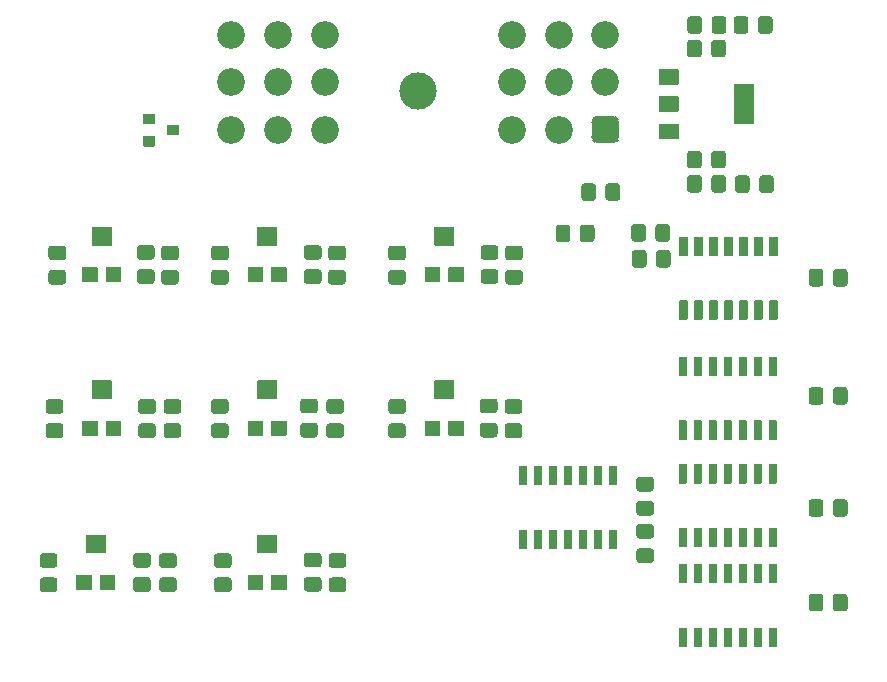
<source format=gts>
G04 #@! TF.GenerationSoftware,KiCad,Pcbnew,(5.1.7)-1*
G04 #@! TF.CreationDate,2022-01-10T20:36:18+10:30*
G04 #@! TF.ProjectId,BSPD,42535044-2e6b-4696-9361-645f70636258,4*
G04 #@! TF.SameCoordinates,Original*
G04 #@! TF.FileFunction,Soldermask,Top*
G04 #@! TF.FilePolarity,Negative*
%FSLAX46Y46*%
G04 Gerber Fmt 4.6, Leading zero omitted, Abs format (unit mm)*
G04 Created by KiCad (PCBNEW (5.1.7)-1) date 2022-01-10 20:36:18*
%MOMM*%
%LPD*%
G01*
G04 APERTURE LIST*
%ADD10C,2.352000*%
%ADD11C,3.152000*%
%ADD12C,0.100000*%
G04 APERTURE END LIST*
G36*
G01*
X144996000Y-95975000D02*
X144996000Y-97525000D01*
G75*
G02*
X144945000Y-97576000I-51000J0D01*
G01*
X144345000Y-97576000D01*
G75*
G02*
X144294000Y-97525000I0J51000D01*
G01*
X144294000Y-95975000D01*
G75*
G02*
X144345000Y-95924000I51000J0D01*
G01*
X144945000Y-95924000D01*
G75*
G02*
X144996000Y-95975000I0J-51000D01*
G01*
G37*
G36*
G01*
X144996000Y-101375000D02*
X144996000Y-102925000D01*
G75*
G02*
X144945000Y-102976000I-51000J0D01*
G01*
X144345000Y-102976000D01*
G75*
G02*
X144294000Y-102925000I0J51000D01*
G01*
X144294000Y-101375000D01*
G75*
G02*
X144345000Y-101324000I51000J0D01*
G01*
X144945000Y-101324000D01*
G75*
G02*
X144996000Y-101375000I0J-51000D01*
G01*
G37*
G36*
G01*
X146266000Y-95975000D02*
X146266000Y-97525000D01*
G75*
G02*
X146215000Y-97576000I-51000J0D01*
G01*
X145615000Y-97576000D01*
G75*
G02*
X145564000Y-97525000I0J51000D01*
G01*
X145564000Y-95975000D01*
G75*
G02*
X145615000Y-95924000I51000J0D01*
G01*
X146215000Y-95924000D01*
G75*
G02*
X146266000Y-95975000I0J-51000D01*
G01*
G37*
G36*
G01*
X146266000Y-101375000D02*
X146266000Y-102925000D01*
G75*
G02*
X146215000Y-102976000I-51000J0D01*
G01*
X145615000Y-102976000D01*
G75*
G02*
X145564000Y-102925000I0J51000D01*
G01*
X145564000Y-101375000D01*
G75*
G02*
X145615000Y-101324000I51000J0D01*
G01*
X146215000Y-101324000D01*
G75*
G02*
X146266000Y-101375000I0J-51000D01*
G01*
G37*
G36*
G01*
X147536000Y-95975000D02*
X147536000Y-97525000D01*
G75*
G02*
X147485000Y-97576000I-51000J0D01*
G01*
X146885000Y-97576000D01*
G75*
G02*
X146834000Y-97525000I0J51000D01*
G01*
X146834000Y-95975000D01*
G75*
G02*
X146885000Y-95924000I51000J0D01*
G01*
X147485000Y-95924000D01*
G75*
G02*
X147536000Y-95975000I0J-51000D01*
G01*
G37*
G36*
G01*
X147536000Y-101375000D02*
X147536000Y-102925000D01*
G75*
G02*
X147485000Y-102976000I-51000J0D01*
G01*
X146885000Y-102976000D01*
G75*
G02*
X146834000Y-102925000I0J51000D01*
G01*
X146834000Y-101375000D01*
G75*
G02*
X146885000Y-101324000I51000J0D01*
G01*
X147485000Y-101324000D01*
G75*
G02*
X147536000Y-101375000I0J-51000D01*
G01*
G37*
G36*
G01*
X148806000Y-95975000D02*
X148806000Y-97525000D01*
G75*
G02*
X148755000Y-97576000I-51000J0D01*
G01*
X148155000Y-97576000D01*
G75*
G02*
X148104000Y-97525000I0J51000D01*
G01*
X148104000Y-95975000D01*
G75*
G02*
X148155000Y-95924000I51000J0D01*
G01*
X148755000Y-95924000D01*
G75*
G02*
X148806000Y-95975000I0J-51000D01*
G01*
G37*
G36*
G01*
X148806000Y-101375000D02*
X148806000Y-102925000D01*
G75*
G02*
X148755000Y-102976000I-51000J0D01*
G01*
X148155000Y-102976000D01*
G75*
G02*
X148104000Y-102925000I0J51000D01*
G01*
X148104000Y-101375000D01*
G75*
G02*
X148155000Y-101324000I51000J0D01*
G01*
X148755000Y-101324000D01*
G75*
G02*
X148806000Y-101375000I0J-51000D01*
G01*
G37*
G36*
G01*
X150076000Y-95975000D02*
X150076000Y-97525000D01*
G75*
G02*
X150025000Y-97576000I-51000J0D01*
G01*
X149425000Y-97576000D01*
G75*
G02*
X149374000Y-97525000I0J51000D01*
G01*
X149374000Y-95975000D01*
G75*
G02*
X149425000Y-95924000I51000J0D01*
G01*
X150025000Y-95924000D01*
G75*
G02*
X150076000Y-95975000I0J-51000D01*
G01*
G37*
G36*
G01*
X150076000Y-101375000D02*
X150076000Y-102925000D01*
G75*
G02*
X150025000Y-102976000I-51000J0D01*
G01*
X149425000Y-102976000D01*
G75*
G02*
X149374000Y-102925000I0J51000D01*
G01*
X149374000Y-101375000D01*
G75*
G02*
X149425000Y-101324000I51000J0D01*
G01*
X150025000Y-101324000D01*
G75*
G02*
X150076000Y-101375000I0J-51000D01*
G01*
G37*
G36*
G01*
X151346000Y-95975000D02*
X151346000Y-97525000D01*
G75*
G02*
X151295000Y-97576000I-51000J0D01*
G01*
X150695000Y-97576000D01*
G75*
G02*
X150644000Y-97525000I0J51000D01*
G01*
X150644000Y-95975000D01*
G75*
G02*
X150695000Y-95924000I51000J0D01*
G01*
X151295000Y-95924000D01*
G75*
G02*
X151346000Y-95975000I0J-51000D01*
G01*
G37*
G36*
G01*
X151346000Y-101375000D02*
X151346000Y-102925000D01*
G75*
G02*
X151295000Y-102976000I-51000J0D01*
G01*
X150695000Y-102976000D01*
G75*
G02*
X150644000Y-102925000I0J51000D01*
G01*
X150644000Y-101375000D01*
G75*
G02*
X150695000Y-101324000I51000J0D01*
G01*
X151295000Y-101324000D01*
G75*
G02*
X151346000Y-101375000I0J-51000D01*
G01*
G37*
G36*
G01*
X152616000Y-95975000D02*
X152616000Y-97525000D01*
G75*
G02*
X152565000Y-97576000I-51000J0D01*
G01*
X151965000Y-97576000D01*
G75*
G02*
X151914000Y-97525000I0J51000D01*
G01*
X151914000Y-95975000D01*
G75*
G02*
X151965000Y-95924000I51000J0D01*
G01*
X152565000Y-95924000D01*
G75*
G02*
X152616000Y-95975000I0J-51000D01*
G01*
G37*
G36*
G01*
X152616000Y-101375000D02*
X152616000Y-102925000D01*
G75*
G02*
X152565000Y-102976000I-51000J0D01*
G01*
X151965000Y-102976000D01*
G75*
G02*
X151914000Y-102925000I0J51000D01*
G01*
X151914000Y-101375000D01*
G75*
G02*
X151965000Y-101324000I51000J0D01*
G01*
X152565000Y-101324000D01*
G75*
G02*
X152616000Y-101375000I0J-51000D01*
G01*
G37*
G36*
G01*
X158596000Y-76575000D02*
X158596000Y-78125000D01*
G75*
G02*
X158545000Y-78176000I-51000J0D01*
G01*
X157945000Y-78176000D01*
G75*
G02*
X157894000Y-78125000I0J51000D01*
G01*
X157894000Y-76575000D01*
G75*
G02*
X157945000Y-76524000I51000J0D01*
G01*
X158545000Y-76524000D01*
G75*
G02*
X158596000Y-76575000I0J-51000D01*
G01*
G37*
G36*
G01*
X158596000Y-81975000D02*
X158596000Y-83525000D01*
G75*
G02*
X158545000Y-83576000I-51000J0D01*
G01*
X157945000Y-83576000D01*
G75*
G02*
X157894000Y-83525000I0J51000D01*
G01*
X157894000Y-81975000D01*
G75*
G02*
X157945000Y-81924000I51000J0D01*
G01*
X158545000Y-81924000D01*
G75*
G02*
X158596000Y-81975000I0J-51000D01*
G01*
G37*
G36*
G01*
X159866000Y-76575000D02*
X159866000Y-78125000D01*
G75*
G02*
X159815000Y-78176000I-51000J0D01*
G01*
X159215000Y-78176000D01*
G75*
G02*
X159164000Y-78125000I0J51000D01*
G01*
X159164000Y-76575000D01*
G75*
G02*
X159215000Y-76524000I51000J0D01*
G01*
X159815000Y-76524000D01*
G75*
G02*
X159866000Y-76575000I0J-51000D01*
G01*
G37*
G36*
G01*
X159866000Y-81975000D02*
X159866000Y-83525000D01*
G75*
G02*
X159815000Y-83576000I-51000J0D01*
G01*
X159215000Y-83576000D01*
G75*
G02*
X159164000Y-83525000I0J51000D01*
G01*
X159164000Y-81975000D01*
G75*
G02*
X159215000Y-81924000I51000J0D01*
G01*
X159815000Y-81924000D01*
G75*
G02*
X159866000Y-81975000I0J-51000D01*
G01*
G37*
G36*
G01*
X161136000Y-76575000D02*
X161136000Y-78125000D01*
G75*
G02*
X161085000Y-78176000I-51000J0D01*
G01*
X160485000Y-78176000D01*
G75*
G02*
X160434000Y-78125000I0J51000D01*
G01*
X160434000Y-76575000D01*
G75*
G02*
X160485000Y-76524000I51000J0D01*
G01*
X161085000Y-76524000D01*
G75*
G02*
X161136000Y-76575000I0J-51000D01*
G01*
G37*
G36*
G01*
X161136000Y-81975000D02*
X161136000Y-83525000D01*
G75*
G02*
X161085000Y-83576000I-51000J0D01*
G01*
X160485000Y-83576000D01*
G75*
G02*
X160434000Y-83525000I0J51000D01*
G01*
X160434000Y-81975000D01*
G75*
G02*
X160485000Y-81924000I51000J0D01*
G01*
X161085000Y-81924000D01*
G75*
G02*
X161136000Y-81975000I0J-51000D01*
G01*
G37*
G36*
G01*
X162406000Y-76575000D02*
X162406000Y-78125000D01*
G75*
G02*
X162355000Y-78176000I-51000J0D01*
G01*
X161755000Y-78176000D01*
G75*
G02*
X161704000Y-78125000I0J51000D01*
G01*
X161704000Y-76575000D01*
G75*
G02*
X161755000Y-76524000I51000J0D01*
G01*
X162355000Y-76524000D01*
G75*
G02*
X162406000Y-76575000I0J-51000D01*
G01*
G37*
G36*
G01*
X162406000Y-81975000D02*
X162406000Y-83525000D01*
G75*
G02*
X162355000Y-83576000I-51000J0D01*
G01*
X161755000Y-83576000D01*
G75*
G02*
X161704000Y-83525000I0J51000D01*
G01*
X161704000Y-81975000D01*
G75*
G02*
X161755000Y-81924000I51000J0D01*
G01*
X162355000Y-81924000D01*
G75*
G02*
X162406000Y-81975000I0J-51000D01*
G01*
G37*
G36*
G01*
X163676000Y-76575000D02*
X163676000Y-78125000D01*
G75*
G02*
X163625000Y-78176000I-51000J0D01*
G01*
X163025000Y-78176000D01*
G75*
G02*
X162974000Y-78125000I0J51000D01*
G01*
X162974000Y-76575000D01*
G75*
G02*
X163025000Y-76524000I51000J0D01*
G01*
X163625000Y-76524000D01*
G75*
G02*
X163676000Y-76575000I0J-51000D01*
G01*
G37*
G36*
G01*
X163676000Y-81975000D02*
X163676000Y-83525000D01*
G75*
G02*
X163625000Y-83576000I-51000J0D01*
G01*
X163025000Y-83576000D01*
G75*
G02*
X162974000Y-83525000I0J51000D01*
G01*
X162974000Y-81975000D01*
G75*
G02*
X163025000Y-81924000I51000J0D01*
G01*
X163625000Y-81924000D01*
G75*
G02*
X163676000Y-81975000I0J-51000D01*
G01*
G37*
G36*
G01*
X164946000Y-76575000D02*
X164946000Y-78125000D01*
G75*
G02*
X164895000Y-78176000I-51000J0D01*
G01*
X164295000Y-78176000D01*
G75*
G02*
X164244000Y-78125000I0J51000D01*
G01*
X164244000Y-76575000D01*
G75*
G02*
X164295000Y-76524000I51000J0D01*
G01*
X164895000Y-76524000D01*
G75*
G02*
X164946000Y-76575000I0J-51000D01*
G01*
G37*
G36*
G01*
X164946000Y-81975000D02*
X164946000Y-83525000D01*
G75*
G02*
X164895000Y-83576000I-51000J0D01*
G01*
X164295000Y-83576000D01*
G75*
G02*
X164244000Y-83525000I0J51000D01*
G01*
X164244000Y-81975000D01*
G75*
G02*
X164295000Y-81924000I51000J0D01*
G01*
X164895000Y-81924000D01*
G75*
G02*
X164946000Y-81975000I0J-51000D01*
G01*
G37*
G36*
G01*
X166216000Y-76575000D02*
X166216000Y-78125000D01*
G75*
G02*
X166165000Y-78176000I-51000J0D01*
G01*
X165565000Y-78176000D01*
G75*
G02*
X165514000Y-78125000I0J51000D01*
G01*
X165514000Y-76575000D01*
G75*
G02*
X165565000Y-76524000I51000J0D01*
G01*
X166165000Y-76524000D01*
G75*
G02*
X166216000Y-76575000I0J-51000D01*
G01*
G37*
G36*
G01*
X166216000Y-81975000D02*
X166216000Y-83525000D01*
G75*
G02*
X166165000Y-83576000I-51000J0D01*
G01*
X165565000Y-83576000D01*
G75*
G02*
X165514000Y-83525000I0J51000D01*
G01*
X165514000Y-81975000D01*
G75*
G02*
X165565000Y-81924000I51000J0D01*
G01*
X166165000Y-81924000D01*
G75*
G02*
X166216000Y-81975000I0J-51000D01*
G01*
G37*
G36*
G01*
X155874000Y-76678828D02*
X155874000Y-75721172D01*
G75*
G02*
X156146172Y-75449000I272172J0D01*
G01*
X156853828Y-75449000D01*
G75*
G02*
X157126000Y-75721172I0J-272172D01*
G01*
X157126000Y-76678828D01*
G75*
G02*
X156853828Y-76951000I-272172J0D01*
G01*
X156146172Y-76951000D01*
G75*
G02*
X155874000Y-76678828I0J272172D01*
G01*
G37*
G36*
G01*
X153824000Y-76678828D02*
X153824000Y-75721172D01*
G75*
G02*
X154096172Y-75449000I272172J0D01*
G01*
X154803828Y-75449000D01*
G75*
G02*
X155076000Y-75721172I0J-272172D01*
G01*
X155076000Y-76678828D01*
G75*
G02*
X154803828Y-76951000I-272172J0D01*
G01*
X154096172Y-76951000D01*
G75*
G02*
X153824000Y-76678828I0J272172D01*
G01*
G37*
G36*
G01*
X155126000Y-77921172D02*
X155126000Y-78878828D01*
G75*
G02*
X154853828Y-79151000I-272172J0D01*
G01*
X154146172Y-79151000D01*
G75*
G02*
X153874000Y-78878828I0J272172D01*
G01*
X153874000Y-77921172D01*
G75*
G02*
X154146172Y-77649000I272172J0D01*
G01*
X154853828Y-77649000D01*
G75*
G02*
X155126000Y-77921172I0J-272172D01*
G01*
G37*
G36*
G01*
X157176000Y-77921172D02*
X157176000Y-78878828D01*
G75*
G02*
X156903828Y-79151000I-272172J0D01*
G01*
X156196172Y-79151000D01*
G75*
G02*
X155924000Y-78878828I0J272172D01*
G01*
X155924000Y-77921172D01*
G75*
G02*
X156196172Y-77649000I272172J0D01*
G01*
X156903828Y-77649000D01*
G75*
G02*
X157176000Y-77921172I0J-272172D01*
G01*
G37*
G36*
G01*
X160604000Y-72528828D02*
X160604000Y-71571172D01*
G75*
G02*
X160876172Y-71299000I272172J0D01*
G01*
X161583828Y-71299000D01*
G75*
G02*
X161856000Y-71571172I0J-272172D01*
G01*
X161856000Y-72528828D01*
G75*
G02*
X161583828Y-72801000I-272172J0D01*
G01*
X160876172Y-72801000D01*
G75*
G02*
X160604000Y-72528828I0J272172D01*
G01*
G37*
G36*
G01*
X158554000Y-72528828D02*
X158554000Y-71571172D01*
G75*
G02*
X158826172Y-71299000I272172J0D01*
G01*
X159533828Y-71299000D01*
G75*
G02*
X159806000Y-71571172I0J-272172D01*
G01*
X159806000Y-72528828D01*
G75*
G02*
X159533828Y-72801000I-272172J0D01*
G01*
X158826172Y-72801000D01*
G75*
G02*
X158554000Y-72528828I0J272172D01*
G01*
G37*
G36*
G01*
X160629000Y-59078828D02*
X160629000Y-58121172D01*
G75*
G02*
X160901172Y-57849000I272172J0D01*
G01*
X161608828Y-57849000D01*
G75*
G02*
X161881000Y-58121172I0J-272172D01*
G01*
X161881000Y-59078828D01*
G75*
G02*
X161608828Y-59351000I-272172J0D01*
G01*
X160901172Y-59351000D01*
G75*
G02*
X160629000Y-59078828I0J272172D01*
G01*
G37*
G36*
G01*
X158579000Y-59078828D02*
X158579000Y-58121172D01*
G75*
G02*
X158851172Y-57849000I272172J0D01*
G01*
X159558828Y-57849000D01*
G75*
G02*
X159831000Y-58121172I0J-272172D01*
G01*
X159831000Y-59078828D01*
G75*
G02*
X159558828Y-59351000I-272172J0D01*
G01*
X158851172Y-59351000D01*
G75*
G02*
X158579000Y-59078828I0J272172D01*
G01*
G37*
G36*
G01*
X163856000Y-71596172D02*
X163856000Y-72553828D01*
G75*
G02*
X163583828Y-72826000I-272172J0D01*
G01*
X162876172Y-72826000D01*
G75*
G02*
X162604000Y-72553828I0J272172D01*
G01*
X162604000Y-71596172D01*
G75*
G02*
X162876172Y-71324000I272172J0D01*
G01*
X163583828Y-71324000D01*
G75*
G02*
X163856000Y-71596172I0J-272172D01*
G01*
G37*
G36*
G01*
X165906000Y-71596172D02*
X165906000Y-72553828D01*
G75*
G02*
X165633828Y-72826000I-272172J0D01*
G01*
X164926172Y-72826000D01*
G75*
G02*
X164654000Y-72553828I0J272172D01*
G01*
X164654000Y-71596172D01*
G75*
G02*
X164926172Y-71324000I272172J0D01*
G01*
X165633828Y-71324000D01*
G75*
G02*
X165906000Y-71596172I0J-272172D01*
G01*
G37*
G36*
G01*
X163756000Y-58121172D02*
X163756000Y-59078828D01*
G75*
G02*
X163483828Y-59351000I-272172J0D01*
G01*
X162776172Y-59351000D01*
G75*
G02*
X162504000Y-59078828I0J272172D01*
G01*
X162504000Y-58121172D01*
G75*
G02*
X162776172Y-57849000I272172J0D01*
G01*
X163483828Y-57849000D01*
G75*
G02*
X163756000Y-58121172I0J-272172D01*
G01*
G37*
G36*
G01*
X165806000Y-58121172D02*
X165806000Y-59078828D01*
G75*
G02*
X165533828Y-59351000I-272172J0D01*
G01*
X164826172Y-59351000D01*
G75*
G02*
X164554000Y-59078828I0J272172D01*
G01*
X164554000Y-58121172D01*
G75*
G02*
X164826172Y-57849000I272172J0D01*
G01*
X165533828Y-57849000D01*
G75*
G02*
X165806000Y-58121172I0J-272172D01*
G01*
G37*
G36*
G01*
X115083828Y-104576000D02*
X114126172Y-104576000D01*
G75*
G02*
X113854000Y-104303828I0J272172D01*
G01*
X113854000Y-103596172D01*
G75*
G02*
X114126172Y-103324000I272172J0D01*
G01*
X115083828Y-103324000D01*
G75*
G02*
X115356000Y-103596172I0J-272172D01*
G01*
X115356000Y-104303828D01*
G75*
G02*
X115083828Y-104576000I-272172J0D01*
G01*
G37*
G36*
G01*
X115083828Y-106626000D02*
X114126172Y-106626000D01*
G75*
G02*
X113854000Y-106353828I0J272172D01*
G01*
X113854000Y-105646172D01*
G75*
G02*
X114126172Y-105374000I272172J0D01*
G01*
X115083828Y-105374000D01*
G75*
G02*
X115356000Y-105646172I0J-272172D01*
G01*
X115356000Y-106353828D01*
G75*
G02*
X115083828Y-106626000I-272172J0D01*
G01*
G37*
G36*
G01*
X112883828Y-104551000D02*
X111926172Y-104551000D01*
G75*
G02*
X111654000Y-104278828I0J272172D01*
G01*
X111654000Y-103571172D01*
G75*
G02*
X111926172Y-103299000I272172J0D01*
G01*
X112883828Y-103299000D01*
G75*
G02*
X113156000Y-103571172I0J-272172D01*
G01*
X113156000Y-104278828D01*
G75*
G02*
X112883828Y-104551000I-272172J0D01*
G01*
G37*
G36*
G01*
X112883828Y-106601000D02*
X111926172Y-106601000D01*
G75*
G02*
X111654000Y-106328828I0J272172D01*
G01*
X111654000Y-105621172D01*
G75*
G02*
X111926172Y-105349000I272172J0D01*
G01*
X112883828Y-105349000D01*
G75*
G02*
X113156000Y-105621172I0J-272172D01*
G01*
X113156000Y-106328828D01*
G75*
G02*
X112883828Y-106601000I-272172J0D01*
G01*
G37*
G36*
G01*
X115458828Y-91526000D02*
X114501172Y-91526000D01*
G75*
G02*
X114229000Y-91253828I0J272172D01*
G01*
X114229000Y-90546172D01*
G75*
G02*
X114501172Y-90274000I272172J0D01*
G01*
X115458828Y-90274000D01*
G75*
G02*
X115731000Y-90546172I0J-272172D01*
G01*
X115731000Y-91253828D01*
G75*
G02*
X115458828Y-91526000I-272172J0D01*
G01*
G37*
G36*
G01*
X115458828Y-93576000D02*
X114501172Y-93576000D01*
G75*
G02*
X114229000Y-93303828I0J272172D01*
G01*
X114229000Y-92596172D01*
G75*
G02*
X114501172Y-92324000I272172J0D01*
G01*
X115458828Y-92324000D01*
G75*
G02*
X115731000Y-92596172I0J-272172D01*
G01*
X115731000Y-93303828D01*
G75*
G02*
X115458828Y-93576000I-272172J0D01*
G01*
G37*
G36*
G01*
X113308828Y-91526000D02*
X112351172Y-91526000D01*
G75*
G02*
X112079000Y-91253828I0J272172D01*
G01*
X112079000Y-90546172D01*
G75*
G02*
X112351172Y-90274000I272172J0D01*
G01*
X113308828Y-90274000D01*
G75*
G02*
X113581000Y-90546172I0J-272172D01*
G01*
X113581000Y-91253828D01*
G75*
G02*
X113308828Y-91526000I-272172J0D01*
G01*
G37*
G36*
G01*
X113308828Y-93576000D02*
X112351172Y-93576000D01*
G75*
G02*
X112079000Y-93303828I0J272172D01*
G01*
X112079000Y-92596172D01*
G75*
G02*
X112351172Y-92324000I272172J0D01*
G01*
X113308828Y-92324000D01*
G75*
G02*
X113581000Y-92596172I0J-272172D01*
G01*
X113581000Y-93303828D01*
G75*
G02*
X113308828Y-93576000I-272172J0D01*
G01*
G37*
G36*
G01*
X144383828Y-78526000D02*
X143426172Y-78526000D01*
G75*
G02*
X143154000Y-78253828I0J272172D01*
G01*
X143154000Y-77546172D01*
G75*
G02*
X143426172Y-77274000I272172J0D01*
G01*
X144383828Y-77274000D01*
G75*
G02*
X144656000Y-77546172I0J-272172D01*
G01*
X144656000Y-78253828D01*
G75*
G02*
X144383828Y-78526000I-272172J0D01*
G01*
G37*
G36*
G01*
X144383828Y-80576000D02*
X143426172Y-80576000D01*
G75*
G02*
X143154000Y-80303828I0J272172D01*
G01*
X143154000Y-79596172D01*
G75*
G02*
X143426172Y-79324000I272172J0D01*
G01*
X144383828Y-79324000D01*
G75*
G02*
X144656000Y-79596172I0J-272172D01*
G01*
X144656000Y-80303828D01*
G75*
G02*
X144383828Y-80576000I-272172J0D01*
G01*
G37*
G36*
G01*
X115258828Y-78526000D02*
X114301172Y-78526000D01*
G75*
G02*
X114029000Y-78253828I0J272172D01*
G01*
X114029000Y-77546172D01*
G75*
G02*
X114301172Y-77274000I272172J0D01*
G01*
X115258828Y-77274000D01*
G75*
G02*
X115531000Y-77546172I0J-272172D01*
G01*
X115531000Y-78253828D01*
G75*
G02*
X115258828Y-78526000I-272172J0D01*
G01*
G37*
G36*
G01*
X115258828Y-80576000D02*
X114301172Y-80576000D01*
G75*
G02*
X114029000Y-80303828I0J272172D01*
G01*
X114029000Y-79596172D01*
G75*
G02*
X114301172Y-79324000I272172J0D01*
G01*
X115258828Y-79324000D01*
G75*
G02*
X115531000Y-79596172I0J-272172D01*
G01*
X115531000Y-80303828D01*
G75*
G02*
X115258828Y-80576000I-272172J0D01*
G01*
G37*
G36*
G01*
X142308828Y-78481000D02*
X141351172Y-78481000D01*
G75*
G02*
X141079000Y-78208828I0J272172D01*
G01*
X141079000Y-77501172D01*
G75*
G02*
X141351172Y-77229000I272172J0D01*
G01*
X142308828Y-77229000D01*
G75*
G02*
X142581000Y-77501172I0J-272172D01*
G01*
X142581000Y-78208828D01*
G75*
G02*
X142308828Y-78481000I-272172J0D01*
G01*
G37*
G36*
G01*
X142308828Y-80531000D02*
X141351172Y-80531000D01*
G75*
G02*
X141079000Y-80258828I0J272172D01*
G01*
X141079000Y-79551172D01*
G75*
G02*
X141351172Y-79279000I272172J0D01*
G01*
X142308828Y-79279000D01*
G75*
G02*
X142581000Y-79551172I0J-272172D01*
G01*
X142581000Y-80258828D01*
G75*
G02*
X142308828Y-80531000I-272172J0D01*
G01*
G37*
G36*
G01*
X113208828Y-78481000D02*
X112251172Y-78481000D01*
G75*
G02*
X111979000Y-78208828I0J272172D01*
G01*
X111979000Y-77501172D01*
G75*
G02*
X112251172Y-77229000I272172J0D01*
G01*
X113208828Y-77229000D01*
G75*
G02*
X113481000Y-77501172I0J-272172D01*
G01*
X113481000Y-78208828D01*
G75*
G02*
X113208828Y-78481000I-272172J0D01*
G01*
G37*
G36*
G01*
X113208828Y-80531000D02*
X112251172Y-80531000D01*
G75*
G02*
X111979000Y-80258828I0J272172D01*
G01*
X111979000Y-79551172D01*
G75*
G02*
X112251172Y-79279000I272172J0D01*
G01*
X113208828Y-79279000D01*
G75*
G02*
X113481000Y-79551172I0J-272172D01*
G01*
X113481000Y-80258828D01*
G75*
G02*
X113208828Y-80531000I-272172J0D01*
G01*
G37*
G36*
G01*
X129383828Y-78526000D02*
X128426172Y-78526000D01*
G75*
G02*
X128154000Y-78253828I0J272172D01*
G01*
X128154000Y-77546172D01*
G75*
G02*
X128426172Y-77274000I272172J0D01*
G01*
X129383828Y-77274000D01*
G75*
G02*
X129656000Y-77546172I0J-272172D01*
G01*
X129656000Y-78253828D01*
G75*
G02*
X129383828Y-78526000I-272172J0D01*
G01*
G37*
G36*
G01*
X129383828Y-80576000D02*
X128426172Y-80576000D01*
G75*
G02*
X128154000Y-80303828I0J272172D01*
G01*
X128154000Y-79596172D01*
G75*
G02*
X128426172Y-79324000I272172J0D01*
G01*
X129383828Y-79324000D01*
G75*
G02*
X129656000Y-79596172I0J-272172D01*
G01*
X129656000Y-80303828D01*
G75*
G02*
X129383828Y-80576000I-272172J0D01*
G01*
G37*
G36*
G01*
X129433828Y-104576000D02*
X128476172Y-104576000D01*
G75*
G02*
X128204000Y-104303828I0J272172D01*
G01*
X128204000Y-103596172D01*
G75*
G02*
X128476172Y-103324000I272172J0D01*
G01*
X129433828Y-103324000D01*
G75*
G02*
X129706000Y-103596172I0J-272172D01*
G01*
X129706000Y-104303828D01*
G75*
G02*
X129433828Y-104576000I-272172J0D01*
G01*
G37*
G36*
G01*
X129433828Y-106626000D02*
X128476172Y-106626000D01*
G75*
G02*
X128204000Y-106353828I0J272172D01*
G01*
X128204000Y-105646172D01*
G75*
G02*
X128476172Y-105374000I272172J0D01*
G01*
X129433828Y-105374000D01*
G75*
G02*
X129706000Y-105646172I0J-272172D01*
G01*
X129706000Y-106353828D01*
G75*
G02*
X129433828Y-106626000I-272172J0D01*
G01*
G37*
G36*
G01*
X127333828Y-78481000D02*
X126376172Y-78481000D01*
G75*
G02*
X126104000Y-78208828I0J272172D01*
G01*
X126104000Y-77501172D01*
G75*
G02*
X126376172Y-77229000I272172J0D01*
G01*
X127333828Y-77229000D01*
G75*
G02*
X127606000Y-77501172I0J-272172D01*
G01*
X127606000Y-78208828D01*
G75*
G02*
X127333828Y-78481000I-272172J0D01*
G01*
G37*
G36*
G01*
X127333828Y-80531000D02*
X126376172Y-80531000D01*
G75*
G02*
X126104000Y-80258828I0J272172D01*
G01*
X126104000Y-79551172D01*
G75*
G02*
X126376172Y-79279000I272172J0D01*
G01*
X127333828Y-79279000D01*
G75*
G02*
X127606000Y-79551172I0J-272172D01*
G01*
X127606000Y-80258828D01*
G75*
G02*
X127333828Y-80531000I-272172J0D01*
G01*
G37*
G36*
G01*
X127333828Y-104531000D02*
X126376172Y-104531000D01*
G75*
G02*
X126104000Y-104258828I0J272172D01*
G01*
X126104000Y-103551172D01*
G75*
G02*
X126376172Y-103279000I272172J0D01*
G01*
X127333828Y-103279000D01*
G75*
G02*
X127606000Y-103551172I0J-272172D01*
G01*
X127606000Y-104258828D01*
G75*
G02*
X127333828Y-104531000I-272172J0D01*
G01*
G37*
G36*
G01*
X127333828Y-106581000D02*
X126376172Y-106581000D01*
G75*
G02*
X126104000Y-106308828I0J272172D01*
G01*
X126104000Y-105601172D01*
G75*
G02*
X126376172Y-105329000I272172J0D01*
G01*
X127333828Y-105329000D01*
G75*
G02*
X127606000Y-105601172I0J-272172D01*
G01*
X127606000Y-106308828D01*
G75*
G02*
X127333828Y-106581000I-272172J0D01*
G01*
G37*
G36*
G01*
X144333828Y-91526000D02*
X143376172Y-91526000D01*
G75*
G02*
X143104000Y-91253828I0J272172D01*
G01*
X143104000Y-90546172D01*
G75*
G02*
X143376172Y-90274000I272172J0D01*
G01*
X144333828Y-90274000D01*
G75*
G02*
X144606000Y-90546172I0J-272172D01*
G01*
X144606000Y-91253828D01*
G75*
G02*
X144333828Y-91526000I-272172J0D01*
G01*
G37*
G36*
G01*
X144333828Y-93576000D02*
X143376172Y-93576000D01*
G75*
G02*
X143104000Y-93303828I0J272172D01*
G01*
X143104000Y-92596172D01*
G75*
G02*
X143376172Y-92324000I272172J0D01*
G01*
X144333828Y-92324000D01*
G75*
G02*
X144606000Y-92596172I0J-272172D01*
G01*
X144606000Y-93303828D01*
G75*
G02*
X144333828Y-93576000I-272172J0D01*
G01*
G37*
G36*
G01*
X129233828Y-91526000D02*
X128276172Y-91526000D01*
G75*
G02*
X128004000Y-91253828I0J272172D01*
G01*
X128004000Y-90546172D01*
G75*
G02*
X128276172Y-90274000I272172J0D01*
G01*
X129233828Y-90274000D01*
G75*
G02*
X129506000Y-90546172I0J-272172D01*
G01*
X129506000Y-91253828D01*
G75*
G02*
X129233828Y-91526000I-272172J0D01*
G01*
G37*
G36*
G01*
X129233828Y-93576000D02*
X128276172Y-93576000D01*
G75*
G02*
X128004000Y-93303828I0J272172D01*
G01*
X128004000Y-92596172D01*
G75*
G02*
X128276172Y-92324000I272172J0D01*
G01*
X129233828Y-92324000D01*
G75*
G02*
X129506000Y-92596172I0J-272172D01*
G01*
X129506000Y-93303828D01*
G75*
G02*
X129233828Y-93576000I-272172J0D01*
G01*
G37*
G36*
G01*
X142233828Y-91481000D02*
X141276172Y-91481000D01*
G75*
G02*
X141004000Y-91208828I0J272172D01*
G01*
X141004000Y-90501172D01*
G75*
G02*
X141276172Y-90229000I272172J0D01*
G01*
X142233828Y-90229000D01*
G75*
G02*
X142506000Y-90501172I0J-272172D01*
G01*
X142506000Y-91208828D01*
G75*
G02*
X142233828Y-91481000I-272172J0D01*
G01*
G37*
G36*
G01*
X142233828Y-93531000D02*
X141276172Y-93531000D01*
G75*
G02*
X141004000Y-93258828I0J272172D01*
G01*
X141004000Y-92551172D01*
G75*
G02*
X141276172Y-92279000I272172J0D01*
G01*
X142233828Y-92279000D01*
G75*
G02*
X142506000Y-92551172I0J-272172D01*
G01*
X142506000Y-93258828D01*
G75*
G02*
X142233828Y-93531000I-272172J0D01*
G01*
G37*
G36*
G01*
X127033828Y-91481000D02*
X126076172Y-91481000D01*
G75*
G02*
X125804000Y-91208828I0J272172D01*
G01*
X125804000Y-90501172D01*
G75*
G02*
X126076172Y-90229000I272172J0D01*
G01*
X127033828Y-90229000D01*
G75*
G02*
X127306000Y-90501172I0J-272172D01*
G01*
X127306000Y-91208828D01*
G75*
G02*
X127033828Y-91481000I-272172J0D01*
G01*
G37*
G36*
G01*
X127033828Y-93531000D02*
X126076172Y-93531000D01*
G75*
G02*
X125804000Y-93258828I0J272172D01*
G01*
X125804000Y-92551172D01*
G75*
G02*
X126076172Y-92279000I272172J0D01*
G01*
X127033828Y-92279000D01*
G75*
G02*
X127306000Y-92551172I0J-272172D01*
G01*
X127306000Y-93258828D01*
G75*
G02*
X127033828Y-93531000I-272172J0D01*
G01*
G37*
D10*
X147680000Y-59475000D03*
X127880000Y-59475000D03*
X123920000Y-59475000D03*
X143720000Y-59475000D03*
X119960000Y-59475000D03*
X147680000Y-63465000D03*
X127880000Y-63465000D03*
X123920000Y-63465000D03*
X143720000Y-63465000D03*
X119960000Y-63465000D03*
X119960000Y-67455000D03*
X123920000Y-67455000D03*
X127880000Y-67455000D03*
X143720000Y-67455000D03*
X147680000Y-67455000D03*
X151640000Y-59475000D03*
X151640000Y-63465000D03*
D11*
X135800000Y-64175000D03*
G36*
G01*
X150464000Y-68043000D02*
X150464000Y-66867000D01*
G75*
G02*
X151052000Y-66279000I588000J0D01*
G01*
X152228000Y-66279000D01*
G75*
G02*
X152816000Y-66867000I0J-588000D01*
G01*
X152816000Y-68043000D01*
G75*
G02*
X152228000Y-68631000I-588000J0D01*
G01*
X151052000Y-68631000D01*
G75*
G02*
X150464000Y-68043000I0J588000D01*
G01*
G37*
G36*
G01*
X158541000Y-104275000D02*
X158541000Y-105825000D01*
G75*
G02*
X158490000Y-105876000I-51000J0D01*
G01*
X157890000Y-105876000D01*
G75*
G02*
X157839000Y-105825000I0J51000D01*
G01*
X157839000Y-104275000D01*
G75*
G02*
X157890000Y-104224000I51000J0D01*
G01*
X158490000Y-104224000D01*
G75*
G02*
X158541000Y-104275000I0J-51000D01*
G01*
G37*
G36*
G01*
X158541000Y-109675000D02*
X158541000Y-111225000D01*
G75*
G02*
X158490000Y-111276000I-51000J0D01*
G01*
X157890000Y-111276000D01*
G75*
G02*
X157839000Y-111225000I0J51000D01*
G01*
X157839000Y-109675000D01*
G75*
G02*
X157890000Y-109624000I51000J0D01*
G01*
X158490000Y-109624000D01*
G75*
G02*
X158541000Y-109675000I0J-51000D01*
G01*
G37*
G36*
G01*
X159811000Y-104275000D02*
X159811000Y-105825000D01*
G75*
G02*
X159760000Y-105876000I-51000J0D01*
G01*
X159160000Y-105876000D01*
G75*
G02*
X159109000Y-105825000I0J51000D01*
G01*
X159109000Y-104275000D01*
G75*
G02*
X159160000Y-104224000I51000J0D01*
G01*
X159760000Y-104224000D01*
G75*
G02*
X159811000Y-104275000I0J-51000D01*
G01*
G37*
G36*
G01*
X159811000Y-109675000D02*
X159811000Y-111225000D01*
G75*
G02*
X159760000Y-111276000I-51000J0D01*
G01*
X159160000Y-111276000D01*
G75*
G02*
X159109000Y-111225000I0J51000D01*
G01*
X159109000Y-109675000D01*
G75*
G02*
X159160000Y-109624000I51000J0D01*
G01*
X159760000Y-109624000D01*
G75*
G02*
X159811000Y-109675000I0J-51000D01*
G01*
G37*
G36*
G01*
X161081000Y-104275000D02*
X161081000Y-105825000D01*
G75*
G02*
X161030000Y-105876000I-51000J0D01*
G01*
X160430000Y-105876000D01*
G75*
G02*
X160379000Y-105825000I0J51000D01*
G01*
X160379000Y-104275000D01*
G75*
G02*
X160430000Y-104224000I51000J0D01*
G01*
X161030000Y-104224000D01*
G75*
G02*
X161081000Y-104275000I0J-51000D01*
G01*
G37*
G36*
G01*
X161081000Y-109675000D02*
X161081000Y-111225000D01*
G75*
G02*
X161030000Y-111276000I-51000J0D01*
G01*
X160430000Y-111276000D01*
G75*
G02*
X160379000Y-111225000I0J51000D01*
G01*
X160379000Y-109675000D01*
G75*
G02*
X160430000Y-109624000I51000J0D01*
G01*
X161030000Y-109624000D01*
G75*
G02*
X161081000Y-109675000I0J-51000D01*
G01*
G37*
G36*
G01*
X162351000Y-104275000D02*
X162351000Y-105825000D01*
G75*
G02*
X162300000Y-105876000I-51000J0D01*
G01*
X161700000Y-105876000D01*
G75*
G02*
X161649000Y-105825000I0J51000D01*
G01*
X161649000Y-104275000D01*
G75*
G02*
X161700000Y-104224000I51000J0D01*
G01*
X162300000Y-104224000D01*
G75*
G02*
X162351000Y-104275000I0J-51000D01*
G01*
G37*
G36*
G01*
X162351000Y-109675000D02*
X162351000Y-111225000D01*
G75*
G02*
X162300000Y-111276000I-51000J0D01*
G01*
X161700000Y-111276000D01*
G75*
G02*
X161649000Y-111225000I0J51000D01*
G01*
X161649000Y-109675000D01*
G75*
G02*
X161700000Y-109624000I51000J0D01*
G01*
X162300000Y-109624000D01*
G75*
G02*
X162351000Y-109675000I0J-51000D01*
G01*
G37*
G36*
G01*
X163621000Y-104275000D02*
X163621000Y-105825000D01*
G75*
G02*
X163570000Y-105876000I-51000J0D01*
G01*
X162970000Y-105876000D01*
G75*
G02*
X162919000Y-105825000I0J51000D01*
G01*
X162919000Y-104275000D01*
G75*
G02*
X162970000Y-104224000I51000J0D01*
G01*
X163570000Y-104224000D01*
G75*
G02*
X163621000Y-104275000I0J-51000D01*
G01*
G37*
G36*
G01*
X163621000Y-109675000D02*
X163621000Y-111225000D01*
G75*
G02*
X163570000Y-111276000I-51000J0D01*
G01*
X162970000Y-111276000D01*
G75*
G02*
X162919000Y-111225000I0J51000D01*
G01*
X162919000Y-109675000D01*
G75*
G02*
X162970000Y-109624000I51000J0D01*
G01*
X163570000Y-109624000D01*
G75*
G02*
X163621000Y-109675000I0J-51000D01*
G01*
G37*
G36*
G01*
X164891000Y-104275000D02*
X164891000Y-105825000D01*
G75*
G02*
X164840000Y-105876000I-51000J0D01*
G01*
X164240000Y-105876000D01*
G75*
G02*
X164189000Y-105825000I0J51000D01*
G01*
X164189000Y-104275000D01*
G75*
G02*
X164240000Y-104224000I51000J0D01*
G01*
X164840000Y-104224000D01*
G75*
G02*
X164891000Y-104275000I0J-51000D01*
G01*
G37*
G36*
G01*
X164891000Y-109675000D02*
X164891000Y-111225000D01*
G75*
G02*
X164840000Y-111276000I-51000J0D01*
G01*
X164240000Y-111276000D01*
G75*
G02*
X164189000Y-111225000I0J51000D01*
G01*
X164189000Y-109675000D01*
G75*
G02*
X164240000Y-109624000I51000J0D01*
G01*
X164840000Y-109624000D01*
G75*
G02*
X164891000Y-109675000I0J-51000D01*
G01*
G37*
G36*
G01*
X166161000Y-104275000D02*
X166161000Y-105825000D01*
G75*
G02*
X166110000Y-105876000I-51000J0D01*
G01*
X165510000Y-105876000D01*
G75*
G02*
X165459000Y-105825000I0J51000D01*
G01*
X165459000Y-104275000D01*
G75*
G02*
X165510000Y-104224000I51000J0D01*
G01*
X166110000Y-104224000D01*
G75*
G02*
X166161000Y-104275000I0J-51000D01*
G01*
G37*
G36*
G01*
X166161000Y-109675000D02*
X166161000Y-111225000D01*
G75*
G02*
X166110000Y-111276000I-51000J0D01*
G01*
X165510000Y-111276000D01*
G75*
G02*
X165459000Y-111225000I0J51000D01*
G01*
X165459000Y-109675000D01*
G75*
G02*
X165510000Y-109624000I51000J0D01*
G01*
X166110000Y-109624000D01*
G75*
G02*
X166161000Y-109675000I0J-51000D01*
G01*
G37*
G36*
G01*
X158541000Y-95825000D02*
X158541000Y-97375000D01*
G75*
G02*
X158490000Y-97426000I-51000J0D01*
G01*
X157890000Y-97426000D01*
G75*
G02*
X157839000Y-97375000I0J51000D01*
G01*
X157839000Y-95825000D01*
G75*
G02*
X157890000Y-95774000I51000J0D01*
G01*
X158490000Y-95774000D01*
G75*
G02*
X158541000Y-95825000I0J-51000D01*
G01*
G37*
G36*
G01*
X158541000Y-101225000D02*
X158541000Y-102775000D01*
G75*
G02*
X158490000Y-102826000I-51000J0D01*
G01*
X157890000Y-102826000D01*
G75*
G02*
X157839000Y-102775000I0J51000D01*
G01*
X157839000Y-101225000D01*
G75*
G02*
X157890000Y-101174000I51000J0D01*
G01*
X158490000Y-101174000D01*
G75*
G02*
X158541000Y-101225000I0J-51000D01*
G01*
G37*
G36*
G01*
X159811000Y-95825000D02*
X159811000Y-97375000D01*
G75*
G02*
X159760000Y-97426000I-51000J0D01*
G01*
X159160000Y-97426000D01*
G75*
G02*
X159109000Y-97375000I0J51000D01*
G01*
X159109000Y-95825000D01*
G75*
G02*
X159160000Y-95774000I51000J0D01*
G01*
X159760000Y-95774000D01*
G75*
G02*
X159811000Y-95825000I0J-51000D01*
G01*
G37*
G36*
G01*
X159811000Y-101225000D02*
X159811000Y-102775000D01*
G75*
G02*
X159760000Y-102826000I-51000J0D01*
G01*
X159160000Y-102826000D01*
G75*
G02*
X159109000Y-102775000I0J51000D01*
G01*
X159109000Y-101225000D01*
G75*
G02*
X159160000Y-101174000I51000J0D01*
G01*
X159760000Y-101174000D01*
G75*
G02*
X159811000Y-101225000I0J-51000D01*
G01*
G37*
G36*
G01*
X161081000Y-95825000D02*
X161081000Y-97375000D01*
G75*
G02*
X161030000Y-97426000I-51000J0D01*
G01*
X160430000Y-97426000D01*
G75*
G02*
X160379000Y-97375000I0J51000D01*
G01*
X160379000Y-95825000D01*
G75*
G02*
X160430000Y-95774000I51000J0D01*
G01*
X161030000Y-95774000D01*
G75*
G02*
X161081000Y-95825000I0J-51000D01*
G01*
G37*
G36*
G01*
X161081000Y-101225000D02*
X161081000Y-102775000D01*
G75*
G02*
X161030000Y-102826000I-51000J0D01*
G01*
X160430000Y-102826000D01*
G75*
G02*
X160379000Y-102775000I0J51000D01*
G01*
X160379000Y-101225000D01*
G75*
G02*
X160430000Y-101174000I51000J0D01*
G01*
X161030000Y-101174000D01*
G75*
G02*
X161081000Y-101225000I0J-51000D01*
G01*
G37*
G36*
G01*
X162351000Y-95825000D02*
X162351000Y-97375000D01*
G75*
G02*
X162300000Y-97426000I-51000J0D01*
G01*
X161700000Y-97426000D01*
G75*
G02*
X161649000Y-97375000I0J51000D01*
G01*
X161649000Y-95825000D01*
G75*
G02*
X161700000Y-95774000I51000J0D01*
G01*
X162300000Y-95774000D01*
G75*
G02*
X162351000Y-95825000I0J-51000D01*
G01*
G37*
G36*
G01*
X162351000Y-101225000D02*
X162351000Y-102775000D01*
G75*
G02*
X162300000Y-102826000I-51000J0D01*
G01*
X161700000Y-102826000D01*
G75*
G02*
X161649000Y-102775000I0J51000D01*
G01*
X161649000Y-101225000D01*
G75*
G02*
X161700000Y-101174000I51000J0D01*
G01*
X162300000Y-101174000D01*
G75*
G02*
X162351000Y-101225000I0J-51000D01*
G01*
G37*
G36*
G01*
X163621000Y-95825000D02*
X163621000Y-97375000D01*
G75*
G02*
X163570000Y-97426000I-51000J0D01*
G01*
X162970000Y-97426000D01*
G75*
G02*
X162919000Y-97375000I0J51000D01*
G01*
X162919000Y-95825000D01*
G75*
G02*
X162970000Y-95774000I51000J0D01*
G01*
X163570000Y-95774000D01*
G75*
G02*
X163621000Y-95825000I0J-51000D01*
G01*
G37*
G36*
G01*
X163621000Y-101225000D02*
X163621000Y-102775000D01*
G75*
G02*
X163570000Y-102826000I-51000J0D01*
G01*
X162970000Y-102826000D01*
G75*
G02*
X162919000Y-102775000I0J51000D01*
G01*
X162919000Y-101225000D01*
G75*
G02*
X162970000Y-101174000I51000J0D01*
G01*
X163570000Y-101174000D01*
G75*
G02*
X163621000Y-101225000I0J-51000D01*
G01*
G37*
G36*
G01*
X164891000Y-95825000D02*
X164891000Y-97375000D01*
G75*
G02*
X164840000Y-97426000I-51000J0D01*
G01*
X164240000Y-97426000D01*
G75*
G02*
X164189000Y-97375000I0J51000D01*
G01*
X164189000Y-95825000D01*
G75*
G02*
X164240000Y-95774000I51000J0D01*
G01*
X164840000Y-95774000D01*
G75*
G02*
X164891000Y-95825000I0J-51000D01*
G01*
G37*
G36*
G01*
X164891000Y-101225000D02*
X164891000Y-102775000D01*
G75*
G02*
X164840000Y-102826000I-51000J0D01*
G01*
X164240000Y-102826000D01*
G75*
G02*
X164189000Y-102775000I0J51000D01*
G01*
X164189000Y-101225000D01*
G75*
G02*
X164240000Y-101174000I51000J0D01*
G01*
X164840000Y-101174000D01*
G75*
G02*
X164891000Y-101225000I0J-51000D01*
G01*
G37*
G36*
G01*
X166161000Y-95825000D02*
X166161000Y-97375000D01*
G75*
G02*
X166110000Y-97426000I-51000J0D01*
G01*
X165510000Y-97426000D01*
G75*
G02*
X165459000Y-97375000I0J51000D01*
G01*
X165459000Y-95825000D01*
G75*
G02*
X165510000Y-95774000I51000J0D01*
G01*
X166110000Y-95774000D01*
G75*
G02*
X166161000Y-95825000I0J-51000D01*
G01*
G37*
G36*
G01*
X166161000Y-101225000D02*
X166161000Y-102775000D01*
G75*
G02*
X166110000Y-102826000I-51000J0D01*
G01*
X165510000Y-102826000D01*
G75*
G02*
X165459000Y-102775000I0J51000D01*
G01*
X165459000Y-101225000D01*
G75*
G02*
X165510000Y-101174000I51000J0D01*
G01*
X166110000Y-101174000D01*
G75*
G02*
X166161000Y-101225000I0J-51000D01*
G01*
G37*
G36*
G01*
X158541000Y-86725000D02*
X158541000Y-88275000D01*
G75*
G02*
X158490000Y-88326000I-51000J0D01*
G01*
X157890000Y-88326000D01*
G75*
G02*
X157839000Y-88275000I0J51000D01*
G01*
X157839000Y-86725000D01*
G75*
G02*
X157890000Y-86674000I51000J0D01*
G01*
X158490000Y-86674000D01*
G75*
G02*
X158541000Y-86725000I0J-51000D01*
G01*
G37*
G36*
G01*
X158541000Y-92125000D02*
X158541000Y-93675000D01*
G75*
G02*
X158490000Y-93726000I-51000J0D01*
G01*
X157890000Y-93726000D01*
G75*
G02*
X157839000Y-93675000I0J51000D01*
G01*
X157839000Y-92125000D01*
G75*
G02*
X157890000Y-92074000I51000J0D01*
G01*
X158490000Y-92074000D01*
G75*
G02*
X158541000Y-92125000I0J-51000D01*
G01*
G37*
G36*
G01*
X159811000Y-86725000D02*
X159811000Y-88275000D01*
G75*
G02*
X159760000Y-88326000I-51000J0D01*
G01*
X159160000Y-88326000D01*
G75*
G02*
X159109000Y-88275000I0J51000D01*
G01*
X159109000Y-86725000D01*
G75*
G02*
X159160000Y-86674000I51000J0D01*
G01*
X159760000Y-86674000D01*
G75*
G02*
X159811000Y-86725000I0J-51000D01*
G01*
G37*
G36*
G01*
X159811000Y-92125000D02*
X159811000Y-93675000D01*
G75*
G02*
X159760000Y-93726000I-51000J0D01*
G01*
X159160000Y-93726000D01*
G75*
G02*
X159109000Y-93675000I0J51000D01*
G01*
X159109000Y-92125000D01*
G75*
G02*
X159160000Y-92074000I51000J0D01*
G01*
X159760000Y-92074000D01*
G75*
G02*
X159811000Y-92125000I0J-51000D01*
G01*
G37*
G36*
G01*
X161081000Y-86725000D02*
X161081000Y-88275000D01*
G75*
G02*
X161030000Y-88326000I-51000J0D01*
G01*
X160430000Y-88326000D01*
G75*
G02*
X160379000Y-88275000I0J51000D01*
G01*
X160379000Y-86725000D01*
G75*
G02*
X160430000Y-86674000I51000J0D01*
G01*
X161030000Y-86674000D01*
G75*
G02*
X161081000Y-86725000I0J-51000D01*
G01*
G37*
G36*
G01*
X161081000Y-92125000D02*
X161081000Y-93675000D01*
G75*
G02*
X161030000Y-93726000I-51000J0D01*
G01*
X160430000Y-93726000D01*
G75*
G02*
X160379000Y-93675000I0J51000D01*
G01*
X160379000Y-92125000D01*
G75*
G02*
X160430000Y-92074000I51000J0D01*
G01*
X161030000Y-92074000D01*
G75*
G02*
X161081000Y-92125000I0J-51000D01*
G01*
G37*
G36*
G01*
X162351000Y-86725000D02*
X162351000Y-88275000D01*
G75*
G02*
X162300000Y-88326000I-51000J0D01*
G01*
X161700000Y-88326000D01*
G75*
G02*
X161649000Y-88275000I0J51000D01*
G01*
X161649000Y-86725000D01*
G75*
G02*
X161700000Y-86674000I51000J0D01*
G01*
X162300000Y-86674000D01*
G75*
G02*
X162351000Y-86725000I0J-51000D01*
G01*
G37*
G36*
G01*
X162351000Y-92125000D02*
X162351000Y-93675000D01*
G75*
G02*
X162300000Y-93726000I-51000J0D01*
G01*
X161700000Y-93726000D01*
G75*
G02*
X161649000Y-93675000I0J51000D01*
G01*
X161649000Y-92125000D01*
G75*
G02*
X161700000Y-92074000I51000J0D01*
G01*
X162300000Y-92074000D01*
G75*
G02*
X162351000Y-92125000I0J-51000D01*
G01*
G37*
G36*
G01*
X163621000Y-86725000D02*
X163621000Y-88275000D01*
G75*
G02*
X163570000Y-88326000I-51000J0D01*
G01*
X162970000Y-88326000D01*
G75*
G02*
X162919000Y-88275000I0J51000D01*
G01*
X162919000Y-86725000D01*
G75*
G02*
X162970000Y-86674000I51000J0D01*
G01*
X163570000Y-86674000D01*
G75*
G02*
X163621000Y-86725000I0J-51000D01*
G01*
G37*
G36*
G01*
X163621000Y-92125000D02*
X163621000Y-93675000D01*
G75*
G02*
X163570000Y-93726000I-51000J0D01*
G01*
X162970000Y-93726000D01*
G75*
G02*
X162919000Y-93675000I0J51000D01*
G01*
X162919000Y-92125000D01*
G75*
G02*
X162970000Y-92074000I51000J0D01*
G01*
X163570000Y-92074000D01*
G75*
G02*
X163621000Y-92125000I0J-51000D01*
G01*
G37*
G36*
G01*
X164891000Y-86725000D02*
X164891000Y-88275000D01*
G75*
G02*
X164840000Y-88326000I-51000J0D01*
G01*
X164240000Y-88326000D01*
G75*
G02*
X164189000Y-88275000I0J51000D01*
G01*
X164189000Y-86725000D01*
G75*
G02*
X164240000Y-86674000I51000J0D01*
G01*
X164840000Y-86674000D01*
G75*
G02*
X164891000Y-86725000I0J-51000D01*
G01*
G37*
G36*
G01*
X164891000Y-92125000D02*
X164891000Y-93675000D01*
G75*
G02*
X164840000Y-93726000I-51000J0D01*
G01*
X164240000Y-93726000D01*
G75*
G02*
X164189000Y-93675000I0J51000D01*
G01*
X164189000Y-92125000D01*
G75*
G02*
X164240000Y-92074000I51000J0D01*
G01*
X164840000Y-92074000D01*
G75*
G02*
X164891000Y-92125000I0J-51000D01*
G01*
G37*
G36*
G01*
X166161000Y-86725000D02*
X166161000Y-88275000D01*
G75*
G02*
X166110000Y-88326000I-51000J0D01*
G01*
X165510000Y-88326000D01*
G75*
G02*
X165459000Y-88275000I0J51000D01*
G01*
X165459000Y-86725000D01*
G75*
G02*
X165510000Y-86674000I51000J0D01*
G01*
X166110000Y-86674000D01*
G75*
G02*
X166161000Y-86725000I0J-51000D01*
G01*
G37*
G36*
G01*
X166161000Y-92125000D02*
X166161000Y-93675000D01*
G75*
G02*
X166110000Y-93726000I-51000J0D01*
G01*
X165510000Y-93726000D01*
G75*
G02*
X165459000Y-93675000I0J51000D01*
G01*
X165459000Y-92125000D01*
G75*
G02*
X165510000Y-92074000I51000J0D01*
G01*
X166110000Y-92074000D01*
G75*
G02*
X166161000Y-92125000I0J-51000D01*
G01*
G37*
G36*
G01*
X162549000Y-66950000D02*
X162549000Y-63650000D01*
G75*
G02*
X162600000Y-63599000I51000J0D01*
G01*
X164200000Y-63599000D01*
G75*
G02*
X164251000Y-63650000I0J-51000D01*
G01*
X164251000Y-66950000D01*
G75*
G02*
X164200000Y-67001000I-51000J0D01*
G01*
X162600000Y-67001000D01*
G75*
G02*
X162549000Y-66950000I0J51000D01*
G01*
G37*
G36*
G01*
X157800001Y-68251000D02*
X156199999Y-68251000D01*
G75*
G02*
X156149000Y-68200001I0J50999D01*
G01*
X156149000Y-66999999D01*
G75*
G02*
X156199999Y-66949000I50999J0D01*
G01*
X157800001Y-66949000D01*
G75*
G02*
X157851000Y-66999999I0J-50999D01*
G01*
X157851000Y-68200001D01*
G75*
G02*
X157800001Y-68251000I-50999J0D01*
G01*
G37*
G36*
G01*
X157800001Y-65951000D02*
X156199999Y-65951000D01*
G75*
G02*
X156149000Y-65900001I0J50999D01*
G01*
X156149000Y-64699999D01*
G75*
G02*
X156199999Y-64649000I50999J0D01*
G01*
X157800001Y-64649000D01*
G75*
G02*
X157851000Y-64699999I0J-50999D01*
G01*
X157851000Y-65900001D01*
G75*
G02*
X157800001Y-65951000I-50999J0D01*
G01*
G37*
G36*
G01*
X157800001Y-63651000D02*
X156199999Y-63651000D01*
G75*
G02*
X156149000Y-63600001I0J50999D01*
G01*
X156149000Y-62399999D01*
G75*
G02*
X156199999Y-62349000I50999J0D01*
G01*
X157800001Y-62349000D01*
G75*
G02*
X157851000Y-62399999I0J-50999D01*
G01*
X157851000Y-63600001D01*
G75*
G02*
X157800001Y-63651000I-50999J0D01*
G01*
G37*
G36*
G01*
X138349000Y-80346001D02*
X138349000Y-79145999D01*
G75*
G02*
X138399999Y-79095000I50999J0D01*
G01*
X139600001Y-79095000D01*
G75*
G02*
X139651000Y-79145999I0J-50999D01*
G01*
X139651000Y-80346001D01*
G75*
G02*
X139600001Y-80397000I-50999J0D01*
G01*
X138399999Y-80397000D01*
G75*
G02*
X138349000Y-80346001I0J50999D01*
G01*
G37*
G36*
G01*
X137149000Y-77246000D02*
X137149000Y-75746000D01*
G75*
G02*
X137200000Y-75695000I51000J0D01*
G01*
X138800000Y-75695000D01*
G75*
G02*
X138851000Y-75746000I0J-51000D01*
G01*
X138851000Y-77246000D01*
G75*
G02*
X138800000Y-77297000I-51000J0D01*
G01*
X137200000Y-77297000D01*
G75*
G02*
X137149000Y-77246000I0J51000D01*
G01*
G37*
G36*
G01*
X136349000Y-80346001D02*
X136349000Y-79145999D01*
G75*
G02*
X136399999Y-79095000I50999J0D01*
G01*
X137600001Y-79095000D01*
G75*
G02*
X137651000Y-79145999I0J-50999D01*
G01*
X137651000Y-80346001D01*
G75*
G02*
X137600001Y-80397000I-50999J0D01*
G01*
X136399999Y-80397000D01*
G75*
G02*
X136349000Y-80346001I0J50999D01*
G01*
G37*
G36*
G01*
X109349000Y-80346001D02*
X109349000Y-79145999D01*
G75*
G02*
X109399999Y-79095000I50999J0D01*
G01*
X110600001Y-79095000D01*
G75*
G02*
X110651000Y-79145999I0J-50999D01*
G01*
X110651000Y-80346001D01*
G75*
G02*
X110600001Y-80397000I-50999J0D01*
G01*
X109399999Y-80397000D01*
G75*
G02*
X109349000Y-80346001I0J50999D01*
G01*
G37*
G36*
G01*
X108149000Y-77246000D02*
X108149000Y-75746000D01*
G75*
G02*
X108200000Y-75695000I51000J0D01*
G01*
X109800000Y-75695000D01*
G75*
G02*
X109851000Y-75746000I0J-51000D01*
G01*
X109851000Y-77246000D01*
G75*
G02*
X109800000Y-77297000I-51000J0D01*
G01*
X108200000Y-77297000D01*
G75*
G02*
X108149000Y-77246000I0J51000D01*
G01*
G37*
G36*
G01*
X107349000Y-80346001D02*
X107349000Y-79145999D01*
G75*
G02*
X107399999Y-79095000I50999J0D01*
G01*
X108600001Y-79095000D01*
G75*
G02*
X108651000Y-79145999I0J-50999D01*
G01*
X108651000Y-80346001D01*
G75*
G02*
X108600001Y-80397000I-50999J0D01*
G01*
X107399999Y-80397000D01*
G75*
G02*
X107349000Y-80346001I0J50999D01*
G01*
G37*
G36*
G01*
X123349000Y-80346001D02*
X123349000Y-79145999D01*
G75*
G02*
X123399999Y-79095000I50999J0D01*
G01*
X124600001Y-79095000D01*
G75*
G02*
X124651000Y-79145999I0J-50999D01*
G01*
X124651000Y-80346001D01*
G75*
G02*
X124600001Y-80397000I-50999J0D01*
G01*
X123399999Y-80397000D01*
G75*
G02*
X123349000Y-80346001I0J50999D01*
G01*
G37*
G36*
G01*
X122149000Y-77246000D02*
X122149000Y-75746000D01*
G75*
G02*
X122200000Y-75695000I51000J0D01*
G01*
X123800000Y-75695000D01*
G75*
G02*
X123851000Y-75746000I0J-51000D01*
G01*
X123851000Y-77246000D01*
G75*
G02*
X123800000Y-77297000I-51000J0D01*
G01*
X122200000Y-77297000D01*
G75*
G02*
X122149000Y-77246000I0J51000D01*
G01*
G37*
G36*
G01*
X121349000Y-80346001D02*
X121349000Y-79145999D01*
G75*
G02*
X121399999Y-79095000I50999J0D01*
G01*
X122600001Y-79095000D01*
G75*
G02*
X122651000Y-79145999I0J-50999D01*
G01*
X122651000Y-80346001D01*
G75*
G02*
X122600001Y-80397000I-50999J0D01*
G01*
X121399999Y-80397000D01*
G75*
G02*
X121349000Y-80346001I0J50999D01*
G01*
G37*
G36*
G01*
X123349000Y-106396001D02*
X123349000Y-105195999D01*
G75*
G02*
X123399999Y-105145000I50999J0D01*
G01*
X124600001Y-105145000D01*
G75*
G02*
X124651000Y-105195999I0J-50999D01*
G01*
X124651000Y-106396001D01*
G75*
G02*
X124600001Y-106447000I-50999J0D01*
G01*
X123399999Y-106447000D01*
G75*
G02*
X123349000Y-106396001I0J50999D01*
G01*
G37*
G36*
G01*
X122149000Y-103296000D02*
X122149000Y-101796000D01*
G75*
G02*
X122200000Y-101745000I51000J0D01*
G01*
X123800000Y-101745000D01*
G75*
G02*
X123851000Y-101796000I0J-51000D01*
G01*
X123851000Y-103296000D01*
G75*
G02*
X123800000Y-103347000I-51000J0D01*
G01*
X122200000Y-103347000D01*
G75*
G02*
X122149000Y-103296000I0J51000D01*
G01*
G37*
G36*
G01*
X121349000Y-106396001D02*
X121349000Y-105195999D01*
G75*
G02*
X121399999Y-105145000I50999J0D01*
G01*
X122600001Y-105145000D01*
G75*
G02*
X122651000Y-105195999I0J-50999D01*
G01*
X122651000Y-106396001D01*
G75*
G02*
X122600001Y-106447000I-50999J0D01*
G01*
X121399999Y-106447000D01*
G75*
G02*
X121349000Y-106396001I0J50999D01*
G01*
G37*
G36*
G01*
X109349000Y-93346001D02*
X109349000Y-92145999D01*
G75*
G02*
X109399999Y-92095000I50999J0D01*
G01*
X110600001Y-92095000D01*
G75*
G02*
X110651000Y-92145999I0J-50999D01*
G01*
X110651000Y-93346001D01*
G75*
G02*
X110600001Y-93397000I-50999J0D01*
G01*
X109399999Y-93397000D01*
G75*
G02*
X109349000Y-93346001I0J50999D01*
G01*
G37*
G36*
G01*
X108149000Y-90246000D02*
X108149000Y-88746000D01*
G75*
G02*
X108200000Y-88695000I51000J0D01*
G01*
X109800000Y-88695000D01*
G75*
G02*
X109851000Y-88746000I0J-51000D01*
G01*
X109851000Y-90246000D01*
G75*
G02*
X109800000Y-90297000I-51000J0D01*
G01*
X108200000Y-90297000D01*
G75*
G02*
X108149000Y-90246000I0J51000D01*
G01*
G37*
G36*
G01*
X107349000Y-93346001D02*
X107349000Y-92145999D01*
G75*
G02*
X107399999Y-92095000I50999J0D01*
G01*
X108600001Y-92095000D01*
G75*
G02*
X108651000Y-92145999I0J-50999D01*
G01*
X108651000Y-93346001D01*
G75*
G02*
X108600001Y-93397000I-50999J0D01*
G01*
X107399999Y-93397000D01*
G75*
G02*
X107349000Y-93346001I0J50999D01*
G01*
G37*
G36*
G01*
X138349000Y-93346001D02*
X138349000Y-92145999D01*
G75*
G02*
X138399999Y-92095000I50999J0D01*
G01*
X139600001Y-92095000D01*
G75*
G02*
X139651000Y-92145999I0J-50999D01*
G01*
X139651000Y-93346001D01*
G75*
G02*
X139600001Y-93397000I-50999J0D01*
G01*
X138399999Y-93397000D01*
G75*
G02*
X138349000Y-93346001I0J50999D01*
G01*
G37*
G36*
G01*
X137149000Y-90246000D02*
X137149000Y-88746000D01*
G75*
G02*
X137200000Y-88695000I51000J0D01*
G01*
X138800000Y-88695000D01*
G75*
G02*
X138851000Y-88746000I0J-51000D01*
G01*
X138851000Y-90246000D01*
G75*
G02*
X138800000Y-90297000I-51000J0D01*
G01*
X137200000Y-90297000D01*
G75*
G02*
X137149000Y-90246000I0J51000D01*
G01*
G37*
G36*
G01*
X136349000Y-93346001D02*
X136349000Y-92145999D01*
G75*
G02*
X136399999Y-92095000I50999J0D01*
G01*
X137600001Y-92095000D01*
G75*
G02*
X137651000Y-92145999I0J-50999D01*
G01*
X137651000Y-93346001D01*
G75*
G02*
X137600001Y-93397000I-50999J0D01*
G01*
X136399999Y-93397000D01*
G75*
G02*
X136349000Y-93346001I0J50999D01*
G01*
G37*
G36*
G01*
X123349000Y-93346001D02*
X123349000Y-92145999D01*
G75*
G02*
X123399999Y-92095000I50999J0D01*
G01*
X124600001Y-92095000D01*
G75*
G02*
X124651000Y-92145999I0J-50999D01*
G01*
X124651000Y-93346001D01*
G75*
G02*
X124600001Y-93397000I-50999J0D01*
G01*
X123399999Y-93397000D01*
G75*
G02*
X123349000Y-93346001I0J50999D01*
G01*
G37*
G36*
G01*
X122149000Y-90246000D02*
X122149000Y-88746000D01*
G75*
G02*
X122200000Y-88695000I51000J0D01*
G01*
X123800000Y-88695000D01*
G75*
G02*
X123851000Y-88746000I0J-51000D01*
G01*
X123851000Y-90246000D01*
G75*
G02*
X123800000Y-90297000I-51000J0D01*
G01*
X122200000Y-90297000D01*
G75*
G02*
X122149000Y-90246000I0J51000D01*
G01*
G37*
G36*
G01*
X121349000Y-93346001D02*
X121349000Y-92145999D01*
G75*
G02*
X121399999Y-92095000I50999J0D01*
G01*
X122600001Y-92095000D01*
G75*
G02*
X122651000Y-92145999I0J-50999D01*
G01*
X122651000Y-93346001D01*
G75*
G02*
X122600001Y-93397000I-50999J0D01*
G01*
X121399999Y-93397000D01*
G75*
G02*
X121349000Y-93346001I0J50999D01*
G01*
G37*
G36*
G01*
X108849000Y-106396001D02*
X108849000Y-105195999D01*
G75*
G02*
X108899999Y-105145000I50999J0D01*
G01*
X110100001Y-105145000D01*
G75*
G02*
X110151000Y-105195999I0J-50999D01*
G01*
X110151000Y-106396001D01*
G75*
G02*
X110100001Y-106447000I-50999J0D01*
G01*
X108899999Y-106447000D01*
G75*
G02*
X108849000Y-106396001I0J50999D01*
G01*
G37*
G36*
G01*
X107649000Y-103296000D02*
X107649000Y-101796000D01*
G75*
G02*
X107700000Y-101745000I51000J0D01*
G01*
X109300000Y-101745000D01*
G75*
G02*
X109351000Y-101796000I0J-51000D01*
G01*
X109351000Y-103296000D01*
G75*
G02*
X109300000Y-103347000I-51000J0D01*
G01*
X107700000Y-103347000D01*
G75*
G02*
X107649000Y-103296000I0J51000D01*
G01*
G37*
G36*
G01*
X106849000Y-106396001D02*
X106849000Y-105195999D01*
G75*
G02*
X106899999Y-105145000I50999J0D01*
G01*
X108100001Y-105145000D01*
G75*
G02*
X108151000Y-105195999I0J-50999D01*
G01*
X108151000Y-106396001D01*
G75*
G02*
X108100001Y-106447000I-50999J0D01*
G01*
X106899999Y-106447000D01*
G75*
G02*
X106849000Y-106396001I0J50999D01*
G01*
G37*
G36*
G01*
X133521172Y-79324000D02*
X134478828Y-79324000D01*
G75*
G02*
X134751000Y-79596172I0J-272172D01*
G01*
X134751000Y-80303828D01*
G75*
G02*
X134478828Y-80576000I-272172J0D01*
G01*
X133521172Y-80576000D01*
G75*
G02*
X133249000Y-80303828I0J272172D01*
G01*
X133249000Y-79596172D01*
G75*
G02*
X133521172Y-79324000I272172J0D01*
G01*
G37*
G36*
G01*
X133521172Y-77274000D02*
X134478828Y-77274000D01*
G75*
G02*
X134751000Y-77546172I0J-272172D01*
G01*
X134751000Y-78253828D01*
G75*
G02*
X134478828Y-78526000I-272172J0D01*
G01*
X133521172Y-78526000D01*
G75*
G02*
X133249000Y-78253828I0J272172D01*
G01*
X133249000Y-77546172D01*
G75*
G02*
X133521172Y-77274000I272172J0D01*
G01*
G37*
G36*
G01*
X105708828Y-78526000D02*
X104751172Y-78526000D01*
G75*
G02*
X104479000Y-78253828I0J272172D01*
G01*
X104479000Y-77546172D01*
G75*
G02*
X104751172Y-77274000I272172J0D01*
G01*
X105708828Y-77274000D01*
G75*
G02*
X105981000Y-77546172I0J-272172D01*
G01*
X105981000Y-78253828D01*
G75*
G02*
X105708828Y-78526000I-272172J0D01*
G01*
G37*
G36*
G01*
X105708828Y-80576000D02*
X104751172Y-80576000D01*
G75*
G02*
X104479000Y-80303828I0J272172D01*
G01*
X104479000Y-79596172D01*
G75*
G02*
X104751172Y-79324000I272172J0D01*
G01*
X105708828Y-79324000D01*
G75*
G02*
X105981000Y-79596172I0J-272172D01*
G01*
X105981000Y-80303828D01*
G75*
G02*
X105708828Y-80576000I-272172J0D01*
G01*
G37*
G36*
G01*
X118521172Y-79324000D02*
X119478828Y-79324000D01*
G75*
G02*
X119751000Y-79596172I0J-272172D01*
G01*
X119751000Y-80303828D01*
G75*
G02*
X119478828Y-80576000I-272172J0D01*
G01*
X118521172Y-80576000D01*
G75*
G02*
X118249000Y-80303828I0J272172D01*
G01*
X118249000Y-79596172D01*
G75*
G02*
X118521172Y-79324000I272172J0D01*
G01*
G37*
G36*
G01*
X118521172Y-77274000D02*
X119478828Y-77274000D01*
G75*
G02*
X119751000Y-77546172I0J-272172D01*
G01*
X119751000Y-78253828D01*
G75*
G02*
X119478828Y-78526000I-272172J0D01*
G01*
X118521172Y-78526000D01*
G75*
G02*
X118249000Y-78253828I0J272172D01*
G01*
X118249000Y-77546172D01*
G75*
G02*
X118521172Y-77274000I272172J0D01*
G01*
G37*
G36*
G01*
X119733828Y-104576000D02*
X118776172Y-104576000D01*
G75*
G02*
X118504000Y-104303828I0J272172D01*
G01*
X118504000Y-103596172D01*
G75*
G02*
X118776172Y-103324000I272172J0D01*
G01*
X119733828Y-103324000D01*
G75*
G02*
X120006000Y-103596172I0J-272172D01*
G01*
X120006000Y-104303828D01*
G75*
G02*
X119733828Y-104576000I-272172J0D01*
G01*
G37*
G36*
G01*
X119733828Y-106626000D02*
X118776172Y-106626000D01*
G75*
G02*
X118504000Y-106353828I0J272172D01*
G01*
X118504000Y-105646172D01*
G75*
G02*
X118776172Y-105374000I272172J0D01*
G01*
X119733828Y-105374000D01*
G75*
G02*
X120006000Y-105646172I0J-272172D01*
G01*
X120006000Y-106353828D01*
G75*
G02*
X119733828Y-106626000I-272172J0D01*
G01*
G37*
G36*
G01*
X104521172Y-92324000D02*
X105478828Y-92324000D01*
G75*
G02*
X105751000Y-92596172I0J-272172D01*
G01*
X105751000Y-93303828D01*
G75*
G02*
X105478828Y-93576000I-272172J0D01*
G01*
X104521172Y-93576000D01*
G75*
G02*
X104249000Y-93303828I0J272172D01*
G01*
X104249000Y-92596172D01*
G75*
G02*
X104521172Y-92324000I272172J0D01*
G01*
G37*
G36*
G01*
X104521172Y-90274000D02*
X105478828Y-90274000D01*
G75*
G02*
X105751000Y-90546172I0J-272172D01*
G01*
X105751000Y-91253828D01*
G75*
G02*
X105478828Y-91526000I-272172J0D01*
G01*
X104521172Y-91526000D01*
G75*
G02*
X104249000Y-91253828I0J272172D01*
G01*
X104249000Y-90546172D01*
G75*
G02*
X104521172Y-90274000I272172J0D01*
G01*
G37*
G36*
G01*
X133521172Y-92324000D02*
X134478828Y-92324000D01*
G75*
G02*
X134751000Y-92596172I0J-272172D01*
G01*
X134751000Y-93303828D01*
G75*
G02*
X134478828Y-93576000I-272172J0D01*
G01*
X133521172Y-93576000D01*
G75*
G02*
X133249000Y-93303828I0J272172D01*
G01*
X133249000Y-92596172D01*
G75*
G02*
X133521172Y-92324000I272172J0D01*
G01*
G37*
G36*
G01*
X133521172Y-90274000D02*
X134478828Y-90274000D01*
G75*
G02*
X134751000Y-90546172I0J-272172D01*
G01*
X134751000Y-91253828D01*
G75*
G02*
X134478828Y-91526000I-272172J0D01*
G01*
X133521172Y-91526000D01*
G75*
G02*
X133249000Y-91253828I0J272172D01*
G01*
X133249000Y-90546172D01*
G75*
G02*
X133521172Y-90274000I272172J0D01*
G01*
G37*
G36*
G01*
X118521172Y-92324000D02*
X119478828Y-92324000D01*
G75*
G02*
X119751000Y-92596172I0J-272172D01*
G01*
X119751000Y-93303828D01*
G75*
G02*
X119478828Y-93576000I-272172J0D01*
G01*
X118521172Y-93576000D01*
G75*
G02*
X118249000Y-93303828I0J272172D01*
G01*
X118249000Y-92596172D01*
G75*
G02*
X118521172Y-92324000I272172J0D01*
G01*
G37*
G36*
G01*
X118521172Y-90274000D02*
X119478828Y-90274000D01*
G75*
G02*
X119751000Y-90546172I0J-272172D01*
G01*
X119751000Y-91253828D01*
G75*
G02*
X119478828Y-91526000I-272172J0D01*
G01*
X118521172Y-91526000D01*
G75*
G02*
X118249000Y-91253828I0J272172D01*
G01*
X118249000Y-90546172D01*
G75*
G02*
X118521172Y-90274000I272172J0D01*
G01*
G37*
G36*
G01*
X104021172Y-105374000D02*
X104978828Y-105374000D01*
G75*
G02*
X105251000Y-105646172I0J-272172D01*
G01*
X105251000Y-106353828D01*
G75*
G02*
X104978828Y-106626000I-272172J0D01*
G01*
X104021172Y-106626000D01*
G75*
G02*
X103749000Y-106353828I0J272172D01*
G01*
X103749000Y-105646172D01*
G75*
G02*
X104021172Y-105374000I272172J0D01*
G01*
G37*
G36*
G01*
X104021172Y-103324000D02*
X104978828Y-103324000D01*
G75*
G02*
X105251000Y-103596172I0J-272172D01*
G01*
X105251000Y-104303828D01*
G75*
G02*
X104978828Y-104576000I-272172J0D01*
G01*
X104021172Y-104576000D01*
G75*
G02*
X103749000Y-104303828I0J272172D01*
G01*
X103749000Y-103596172D01*
G75*
G02*
X104021172Y-103324000I272172J0D01*
G01*
G37*
G36*
G01*
X155478828Y-102101000D02*
X154521172Y-102101000D01*
G75*
G02*
X154249000Y-101828828I0J272172D01*
G01*
X154249000Y-101121172D01*
G75*
G02*
X154521172Y-100849000I272172J0D01*
G01*
X155478828Y-100849000D01*
G75*
G02*
X155751000Y-101121172I0J-272172D01*
G01*
X155751000Y-101828828D01*
G75*
G02*
X155478828Y-102101000I-272172J0D01*
G01*
G37*
G36*
G01*
X155478828Y-104151000D02*
X154521172Y-104151000D01*
G75*
G02*
X154249000Y-103878828I0J272172D01*
G01*
X154249000Y-103171172D01*
G75*
G02*
X154521172Y-102899000I272172J0D01*
G01*
X155478828Y-102899000D01*
G75*
G02*
X155751000Y-103171172I0J-272172D01*
G01*
X155751000Y-103878828D01*
G75*
G02*
X155478828Y-104151000I-272172J0D01*
G01*
G37*
G36*
G01*
X151649000Y-73228828D02*
X151649000Y-72271172D01*
G75*
G02*
X151921172Y-71999000I272172J0D01*
G01*
X152628828Y-71999000D01*
G75*
G02*
X152901000Y-72271172I0J-272172D01*
G01*
X152901000Y-73228828D01*
G75*
G02*
X152628828Y-73501000I-272172J0D01*
G01*
X151921172Y-73501000D01*
G75*
G02*
X151649000Y-73228828I0J272172D01*
G01*
G37*
G36*
G01*
X149599000Y-73228828D02*
X149599000Y-72271172D01*
G75*
G02*
X149871172Y-71999000I272172J0D01*
G01*
X150578828Y-71999000D01*
G75*
G02*
X150851000Y-72271172I0J-272172D01*
G01*
X150851000Y-73228828D01*
G75*
G02*
X150578828Y-73501000I-272172J0D01*
G01*
X149871172Y-73501000D01*
G75*
G02*
X149599000Y-73228828I0J272172D01*
G01*
G37*
G36*
G01*
X149474000Y-76728828D02*
X149474000Y-75771172D01*
G75*
G02*
X149746172Y-75499000I272172J0D01*
G01*
X150453828Y-75499000D01*
G75*
G02*
X150726000Y-75771172I0J-272172D01*
G01*
X150726000Y-76728828D01*
G75*
G02*
X150453828Y-77001000I-272172J0D01*
G01*
X149746172Y-77001000D01*
G75*
G02*
X149474000Y-76728828I0J272172D01*
G01*
G37*
G36*
G01*
X147424000Y-76728828D02*
X147424000Y-75771172D01*
G75*
G02*
X147696172Y-75499000I272172J0D01*
G01*
X148403828Y-75499000D01*
G75*
G02*
X148676000Y-75771172I0J-272172D01*
G01*
X148676000Y-76728828D01*
G75*
G02*
X148403828Y-77001000I-272172J0D01*
G01*
X147696172Y-77001000D01*
G75*
G02*
X147424000Y-76728828I0J272172D01*
G01*
G37*
G36*
G01*
X115450000Y-67951000D02*
X114550000Y-67951000D01*
G75*
G02*
X114499000Y-67900000I0J51000D01*
G01*
X114499000Y-67100000D01*
G75*
G02*
X114550000Y-67049000I51000J0D01*
G01*
X115450000Y-67049000D01*
G75*
G02*
X115501000Y-67100000I0J-51000D01*
G01*
X115501000Y-67900000D01*
G75*
G02*
X115450000Y-67951000I-51000J0D01*
G01*
G37*
G36*
G01*
X113450000Y-68901000D02*
X112550000Y-68901000D01*
G75*
G02*
X112499000Y-68850000I0J51000D01*
G01*
X112499000Y-68050000D01*
G75*
G02*
X112550000Y-67999000I51000J0D01*
G01*
X113450000Y-67999000D01*
G75*
G02*
X113501000Y-68050000I0J-51000D01*
G01*
X113501000Y-68850000D01*
G75*
G02*
X113450000Y-68901000I-51000J0D01*
G01*
G37*
G36*
G01*
X113450000Y-67001000D02*
X112550000Y-67001000D01*
G75*
G02*
X112499000Y-66950000I0J51000D01*
G01*
X112499000Y-66150000D01*
G75*
G02*
X112550000Y-66099000I51000J0D01*
G01*
X113450000Y-66099000D01*
G75*
G02*
X113501000Y-66150000I0J-51000D01*
G01*
X113501000Y-66950000D01*
G75*
G02*
X113450000Y-67001000I-51000J0D01*
G01*
G37*
G36*
G01*
X155479316Y-100151000D02*
X154520684Y-100151000D01*
G75*
G02*
X154249000Y-99879316I0J271684D01*
G01*
X154249000Y-99170684D01*
G75*
G02*
X154520684Y-98899000I271684J0D01*
G01*
X155479316Y-98899000D01*
G75*
G02*
X155751000Y-99170684I0J-271684D01*
G01*
X155751000Y-99879316D01*
G75*
G02*
X155479316Y-100151000I-271684J0D01*
G01*
G37*
G36*
G01*
X155478828Y-98101000D02*
X154521172Y-98101000D01*
G75*
G02*
X154249000Y-97828828I0J272172D01*
G01*
X154249000Y-97121172D01*
G75*
G02*
X154521172Y-96849000I272172J0D01*
G01*
X155478828Y-96849000D01*
G75*
G02*
X155751000Y-97121172I0J-272172D01*
G01*
X155751000Y-97828828D01*
G75*
G02*
X155478828Y-98101000I-272172J0D01*
G01*
G37*
G36*
G01*
X158549000Y-70479316D02*
X158549000Y-69520684D01*
G75*
G02*
X158820684Y-69249000I271684J0D01*
G01*
X159529316Y-69249000D01*
G75*
G02*
X159801000Y-69520684I0J-271684D01*
G01*
X159801000Y-70479316D01*
G75*
G02*
X159529316Y-70751000I-271684J0D01*
G01*
X158820684Y-70751000D01*
G75*
G02*
X158549000Y-70479316I0J271684D01*
G01*
G37*
G36*
G01*
X160599000Y-70478828D02*
X160599000Y-69521172D01*
G75*
G02*
X160871172Y-69249000I272172J0D01*
G01*
X161578828Y-69249000D01*
G75*
G02*
X161851000Y-69521172I0J-272172D01*
G01*
X161851000Y-70478828D01*
G75*
G02*
X161578828Y-70751000I-272172J0D01*
G01*
X160871172Y-70751000D01*
G75*
G02*
X160599000Y-70478828I0J272172D01*
G01*
G37*
G36*
G01*
X158549000Y-61079316D02*
X158549000Y-60120684D01*
G75*
G02*
X158820684Y-59849000I271684J0D01*
G01*
X159529316Y-59849000D01*
G75*
G02*
X159801000Y-60120684I0J-271684D01*
G01*
X159801000Y-61079316D01*
G75*
G02*
X159529316Y-61351000I-271684J0D01*
G01*
X158820684Y-61351000D01*
G75*
G02*
X158549000Y-61079316I0J271684D01*
G01*
G37*
G36*
G01*
X160599000Y-61078828D02*
X160599000Y-60121172D01*
G75*
G02*
X160871172Y-59849000I272172J0D01*
G01*
X161578828Y-59849000D01*
G75*
G02*
X161851000Y-60121172I0J-272172D01*
G01*
X161851000Y-61078828D01*
G75*
G02*
X161578828Y-61351000I-272172J0D01*
G01*
X160871172Y-61351000D01*
G75*
G02*
X160599000Y-61078828I0J272172D01*
G01*
G37*
G36*
G01*
X168849000Y-80479316D02*
X168849000Y-79520684D01*
G75*
G02*
X169120684Y-79249000I271684J0D01*
G01*
X169829316Y-79249000D01*
G75*
G02*
X170101000Y-79520684I0J-271684D01*
G01*
X170101000Y-80479316D01*
G75*
G02*
X169829316Y-80751000I-271684J0D01*
G01*
X169120684Y-80751000D01*
G75*
G02*
X168849000Y-80479316I0J271684D01*
G01*
G37*
G36*
G01*
X170899000Y-80478828D02*
X170899000Y-79521172D01*
G75*
G02*
X171171172Y-79249000I272172J0D01*
G01*
X171878828Y-79249000D01*
G75*
G02*
X172151000Y-79521172I0J-272172D01*
G01*
X172151000Y-80478828D01*
G75*
G02*
X171878828Y-80751000I-272172J0D01*
G01*
X171171172Y-80751000D01*
G75*
G02*
X170899000Y-80478828I0J272172D01*
G01*
G37*
G36*
G01*
X168849000Y-99979316D02*
X168849000Y-99020684D01*
G75*
G02*
X169120684Y-98749000I271684J0D01*
G01*
X169829316Y-98749000D01*
G75*
G02*
X170101000Y-99020684I0J-271684D01*
G01*
X170101000Y-99979316D01*
G75*
G02*
X169829316Y-100251000I-271684J0D01*
G01*
X169120684Y-100251000D01*
G75*
G02*
X168849000Y-99979316I0J271684D01*
G01*
G37*
G36*
G01*
X170899000Y-99978828D02*
X170899000Y-99021172D01*
G75*
G02*
X171171172Y-98749000I272172J0D01*
G01*
X171878828Y-98749000D01*
G75*
G02*
X172151000Y-99021172I0J-272172D01*
G01*
X172151000Y-99978828D01*
G75*
G02*
X171878828Y-100251000I-272172J0D01*
G01*
X171171172Y-100251000D01*
G75*
G02*
X170899000Y-99978828I0J272172D01*
G01*
G37*
G36*
G01*
X168849000Y-90479316D02*
X168849000Y-89520684D01*
G75*
G02*
X169120684Y-89249000I271684J0D01*
G01*
X169829316Y-89249000D01*
G75*
G02*
X170101000Y-89520684I0J-271684D01*
G01*
X170101000Y-90479316D01*
G75*
G02*
X169829316Y-90751000I-271684J0D01*
G01*
X169120684Y-90751000D01*
G75*
G02*
X168849000Y-90479316I0J271684D01*
G01*
G37*
G36*
G01*
X170899000Y-90478828D02*
X170899000Y-89521172D01*
G75*
G02*
X171171172Y-89249000I272172J0D01*
G01*
X171878828Y-89249000D01*
G75*
G02*
X172151000Y-89521172I0J-272172D01*
G01*
X172151000Y-90478828D01*
G75*
G02*
X171878828Y-90751000I-272172J0D01*
G01*
X171171172Y-90751000D01*
G75*
G02*
X170899000Y-90478828I0J272172D01*
G01*
G37*
G36*
G01*
X168849000Y-107979316D02*
X168849000Y-107020684D01*
G75*
G02*
X169120684Y-106749000I271684J0D01*
G01*
X169829316Y-106749000D01*
G75*
G02*
X170101000Y-107020684I0J-271684D01*
G01*
X170101000Y-107979316D01*
G75*
G02*
X169829316Y-108251000I-271684J0D01*
G01*
X169120684Y-108251000D01*
G75*
G02*
X168849000Y-107979316I0J271684D01*
G01*
G37*
G36*
G01*
X170899000Y-107978828D02*
X170899000Y-107021172D01*
G75*
G02*
X171171172Y-106749000I272172J0D01*
G01*
X171878828Y-106749000D01*
G75*
G02*
X172151000Y-107021172I0J-272172D01*
G01*
X172151000Y-107978828D01*
G75*
G02*
X171878828Y-108251000I-272172J0D01*
G01*
X171171172Y-108251000D01*
G75*
G02*
X170899000Y-107978828I0J272172D01*
G01*
G37*
D12*
G36*
X150465990Y-68042804D02*
G01*
X150477268Y-68157318D01*
X150510616Y-68267249D01*
X150564767Y-68368559D01*
X150637642Y-68457358D01*
X150726441Y-68530233D01*
X150827751Y-68584384D01*
X150937682Y-68617732D01*
X151052196Y-68629010D01*
X151053822Y-68630175D01*
X151053626Y-68632165D01*
X151052000Y-68633000D01*
X150995640Y-68633000D01*
X150995444Y-68632990D01*
X150886904Y-68622300D01*
X150886519Y-68622224D01*
X150788048Y-68592353D01*
X150787686Y-68592203D01*
X150696942Y-68543699D01*
X150696616Y-68543481D01*
X150617074Y-68478203D01*
X150616797Y-68477926D01*
X150551519Y-68398384D01*
X150551301Y-68398058D01*
X150502797Y-68307314D01*
X150502647Y-68306952D01*
X150472776Y-68208481D01*
X150472700Y-68208096D01*
X150462010Y-68099556D01*
X150462000Y-68099360D01*
X150462000Y-68043000D01*
X150463000Y-68041268D01*
X150465000Y-68041268D01*
X150465990Y-68042804D01*
G37*
G36*
X152817165Y-68041374D02*
G01*
X152818000Y-68043000D01*
X152818000Y-68099360D01*
X152817990Y-68099556D01*
X152807300Y-68208096D01*
X152807224Y-68208481D01*
X152777353Y-68306952D01*
X152777203Y-68307314D01*
X152728699Y-68398058D01*
X152728481Y-68398384D01*
X152663203Y-68477926D01*
X152662926Y-68478203D01*
X152583384Y-68543481D01*
X152583058Y-68543699D01*
X152492314Y-68592203D01*
X152491952Y-68592353D01*
X152393481Y-68622224D01*
X152393096Y-68622300D01*
X152284556Y-68632990D01*
X152284360Y-68633000D01*
X152228000Y-68633000D01*
X152226268Y-68632000D01*
X152226268Y-68630000D01*
X152227804Y-68629010D01*
X152342318Y-68617732D01*
X152452249Y-68584384D01*
X152553559Y-68530233D01*
X152642358Y-68457358D01*
X152715233Y-68368559D01*
X152769384Y-68267249D01*
X152802732Y-68157318D01*
X152814010Y-68042804D01*
X152815175Y-68041178D01*
X152817165Y-68041374D01*
G37*
G36*
X151053732Y-66278000D02*
G01*
X151053732Y-66280000D01*
X151052196Y-66280990D01*
X150937682Y-66292268D01*
X150827751Y-66325616D01*
X150726441Y-66379767D01*
X150637642Y-66452642D01*
X150564767Y-66541441D01*
X150510616Y-66642751D01*
X150477268Y-66752682D01*
X150465990Y-66867196D01*
X150464825Y-66868822D01*
X150462835Y-66868626D01*
X150462000Y-66867000D01*
X150462000Y-66810640D01*
X150462010Y-66810444D01*
X150472700Y-66701904D01*
X150472776Y-66701519D01*
X150502647Y-66603048D01*
X150502797Y-66602686D01*
X150551301Y-66511942D01*
X150551519Y-66511616D01*
X150616797Y-66432074D01*
X150617074Y-66431797D01*
X150696616Y-66366519D01*
X150696942Y-66366301D01*
X150787686Y-66317797D01*
X150788048Y-66317647D01*
X150886519Y-66287776D01*
X150886904Y-66287700D01*
X150995444Y-66277010D01*
X150995640Y-66277000D01*
X151052000Y-66277000D01*
X151053732Y-66278000D01*
G37*
G36*
X152284556Y-66277010D02*
G01*
X152393096Y-66287700D01*
X152393481Y-66287776D01*
X152491952Y-66317647D01*
X152492314Y-66317797D01*
X152583058Y-66366301D01*
X152583384Y-66366519D01*
X152662926Y-66431797D01*
X152663203Y-66432074D01*
X152728481Y-66511616D01*
X152728699Y-66511942D01*
X152777203Y-66602686D01*
X152777353Y-66603048D01*
X152807224Y-66701519D01*
X152807300Y-66701904D01*
X152817990Y-66810444D01*
X152818000Y-66810640D01*
X152818000Y-66867000D01*
X152817000Y-66868732D01*
X152815000Y-66868732D01*
X152814010Y-66867196D01*
X152802732Y-66752682D01*
X152769384Y-66642751D01*
X152715233Y-66541441D01*
X152642358Y-66452642D01*
X152553559Y-66379767D01*
X152452249Y-66325616D01*
X152342318Y-66292268D01*
X152227804Y-66280990D01*
X152226178Y-66279825D01*
X152226374Y-66277835D01*
X152228000Y-66277000D01*
X152284360Y-66277000D01*
X152284556Y-66277010D01*
G37*
M02*

</source>
